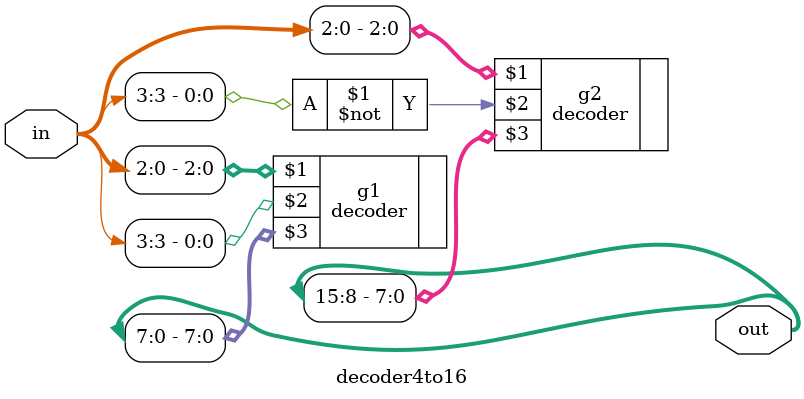
<source format=v>
module decoder4to16(input [3:0]in,output [15:0]out);
decoder g1(in[2:0],in[3],out[7:0]);
decoder g2(in[2:0],~in[3],out[15:8]);
endmodule

</source>
